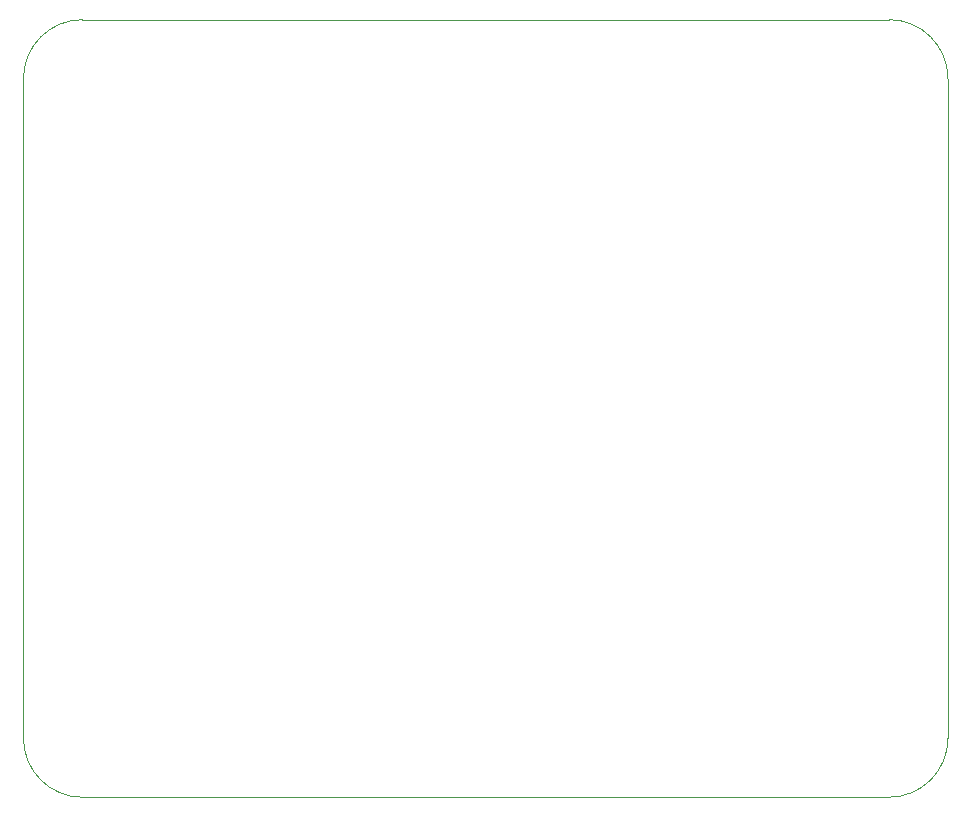
<source format=gbr>
%TF.GenerationSoftware,KiCad,Pcbnew,9.0.0*%
%TF.CreationDate,2025-05-02T19:21:32+02:00*%
%TF.ProjectId,PIC_GATE_LOCK_SYSTEM,5049435f-4741-4544-955f-4c4f434b5f53,rev?*%
%TF.SameCoordinates,Original*%
%TF.FileFunction,Profile,NP*%
%FSLAX46Y46*%
G04 Gerber Fmt 4.6, Leading zero omitted, Abs format (unit mm)*
G04 Created by KiCad (PCBNEW 9.0.0) date 2025-05-02 19:21:32*
%MOMM*%
%LPD*%
G01*
G04 APERTURE LIST*
%TA.AperFunction,Profile*%
%ADD10C,0.050000*%
%TD*%
G04 APERTURE END LIST*
D10*
X103580000Y-135380000D02*
G75*
G02*
X98580000Y-130380000I0J5000000D01*
G01*
X103580000Y-69540000D02*
X171860000Y-69540000D01*
X98580000Y-74540000D02*
G75*
G02*
X103580000Y-69540000I5000000J0D01*
G01*
X176860000Y-74540000D02*
X176860000Y-130380000D01*
X171860000Y-69540000D02*
G75*
G02*
X176860000Y-74540000I0J-5000000D01*
G01*
X171860000Y-135380000D02*
X103580000Y-135380000D01*
X176860000Y-130380000D02*
G75*
G02*
X171860000Y-135380000I-5000000J0D01*
G01*
X98580000Y-130380000D02*
X98580000Y-74540000D01*
M02*

</source>
